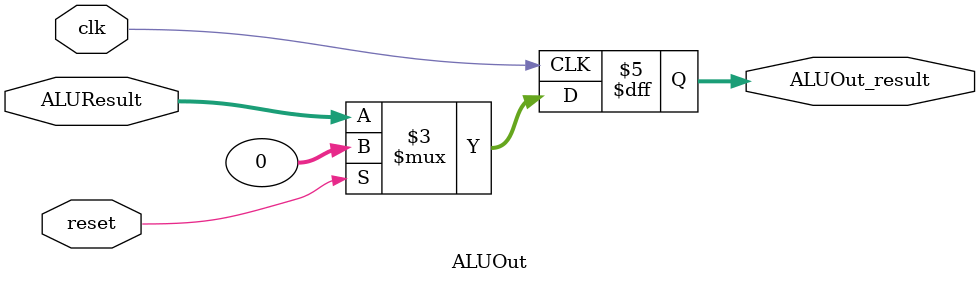
<source format=v>
module ALUOut(
    input [31:0] ALUResult,
    input clk,
    input reset,

  	output reg [31:0] ALUOut_result
);


    always @ (posedge clk)
        if(reset)
            ALUOut_result <= 32'b0;
        else
            ALUOut_result <= ALUResult;

        
endmodule

</source>
